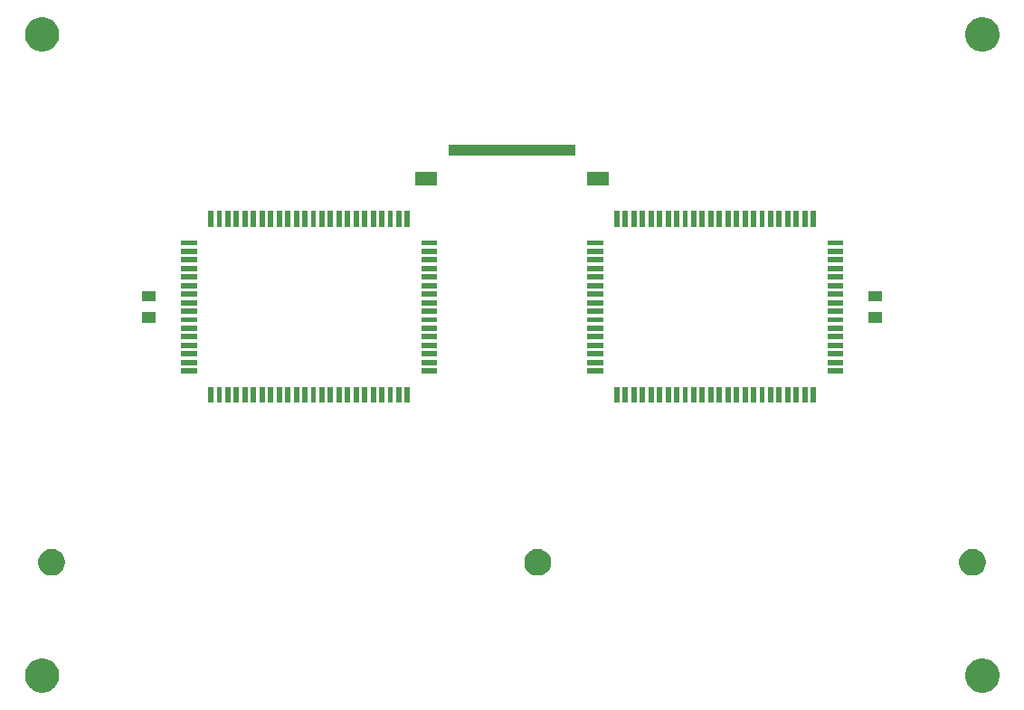
<source format=gbr>
G04 #@! TF.GenerationSoftware,KiCad,Pcbnew,5.0.2-bee76a0~70~ubuntu18.04.1*
G04 #@! TF.CreationDate,2020-04-30T09:19:53+02:00*
G04 #@! TF.ProjectId,ModulAdapter,4d6f6475-6c41-4646-9170-7465722e6b69,rev?*
G04 #@! TF.SameCoordinates,Original*
G04 #@! TF.FileFunction,Soldermask,Bot*
G04 #@! TF.FilePolarity,Negative*
%FSLAX46Y46*%
G04 Gerber Fmt 4.6, Leading zero omitted, Abs format (unit mm)*
G04 Created by KiCad (PCBNEW 5.0.2-bee76a0~70~ubuntu18.04.1) date Do 30 Apr 2020 09:19:53 CEST*
%MOMM*%
%LPD*%
G01*
G04 APERTURE LIST*
%ADD10C,0.100000*%
G04 APERTURE END LIST*
D10*
G36*
X144466703Y-132461486D02*
X144757883Y-132582097D01*
X145019944Y-132757201D01*
X145242799Y-132980056D01*
X145417903Y-133242117D01*
X145538514Y-133533297D01*
X145600000Y-133842412D01*
X145600000Y-134157588D01*
X145538514Y-134466703D01*
X145417903Y-134757883D01*
X145242799Y-135019944D01*
X145019944Y-135242799D01*
X144757883Y-135417903D01*
X144466703Y-135538514D01*
X144157588Y-135600000D01*
X143842412Y-135600000D01*
X143533297Y-135538514D01*
X143242117Y-135417903D01*
X142980056Y-135242799D01*
X142757201Y-135019944D01*
X142582097Y-134757883D01*
X142461486Y-134466703D01*
X142400000Y-134157588D01*
X142400000Y-133842412D01*
X142461486Y-133533297D01*
X142582097Y-133242117D01*
X142757201Y-132980056D01*
X142980056Y-132757201D01*
X143242117Y-132582097D01*
X143533297Y-132461486D01*
X143842412Y-132400000D01*
X144157588Y-132400000D01*
X144466703Y-132461486D01*
X144466703Y-132461486D01*
G37*
G36*
X56466703Y-132461486D02*
X56757883Y-132582097D01*
X57019944Y-132757201D01*
X57242799Y-132980056D01*
X57417903Y-133242117D01*
X57538514Y-133533297D01*
X57600000Y-133842412D01*
X57600000Y-134157588D01*
X57538514Y-134466703D01*
X57417903Y-134757883D01*
X57242799Y-135019944D01*
X57019944Y-135242799D01*
X56757883Y-135417903D01*
X56466703Y-135538514D01*
X56157588Y-135600000D01*
X55842412Y-135600000D01*
X55533297Y-135538514D01*
X55242117Y-135417903D01*
X54980056Y-135242799D01*
X54757201Y-135019944D01*
X54582097Y-134757883D01*
X54461486Y-134466703D01*
X54400000Y-134157588D01*
X54400000Y-133842412D01*
X54461486Y-133533297D01*
X54582097Y-133242117D01*
X54757201Y-132980056D01*
X54980056Y-132757201D01*
X55242117Y-132582097D01*
X55533297Y-132461486D01*
X55842412Y-132400000D01*
X56157588Y-132400000D01*
X56466703Y-132461486D01*
X56466703Y-132461486D01*
G37*
G36*
X57264612Y-122198037D02*
X57492096Y-122292264D01*
X57696831Y-122429064D01*
X57870936Y-122603169D01*
X58007736Y-122807904D01*
X58101963Y-123035388D01*
X58150000Y-123276885D01*
X58150000Y-123523115D01*
X58101963Y-123764612D01*
X58007736Y-123992096D01*
X57870936Y-124196831D01*
X57696831Y-124370936D01*
X57492096Y-124507736D01*
X57264612Y-124601963D01*
X57023115Y-124650000D01*
X56776885Y-124650000D01*
X56535388Y-124601963D01*
X56307904Y-124507736D01*
X56103169Y-124370936D01*
X55929064Y-124196831D01*
X55792264Y-123992096D01*
X55698037Y-123764612D01*
X55650000Y-123523115D01*
X55650000Y-123276885D01*
X55698037Y-123035388D01*
X55792264Y-122807904D01*
X55929064Y-122603169D01*
X56103169Y-122429064D01*
X56307904Y-122292264D01*
X56535388Y-122198037D01*
X56776885Y-122150000D01*
X57023115Y-122150000D01*
X57264612Y-122198037D01*
X57264612Y-122198037D01*
G37*
G36*
X143464612Y-122198037D02*
X143692096Y-122292264D01*
X143896831Y-122429064D01*
X144070936Y-122603169D01*
X144207736Y-122807904D01*
X144301963Y-123035388D01*
X144350000Y-123276885D01*
X144350000Y-123523115D01*
X144301963Y-123764612D01*
X144207736Y-123992096D01*
X144070936Y-124196831D01*
X143896831Y-124370936D01*
X143692096Y-124507736D01*
X143464612Y-124601963D01*
X143223115Y-124650000D01*
X142976885Y-124650000D01*
X142735388Y-124601963D01*
X142507904Y-124507736D01*
X142303169Y-124370936D01*
X142129064Y-124196831D01*
X141992264Y-123992096D01*
X141898037Y-123764612D01*
X141850000Y-123523115D01*
X141850000Y-123276885D01*
X141898037Y-123035388D01*
X141992264Y-122807904D01*
X142129064Y-122603169D01*
X142303169Y-122429064D01*
X142507904Y-122292264D01*
X142735388Y-122198037D01*
X142976885Y-122150000D01*
X143223115Y-122150000D01*
X143464612Y-122198037D01*
X143464612Y-122198037D01*
G37*
G36*
X102764612Y-122198037D02*
X102992096Y-122292264D01*
X103196831Y-122429064D01*
X103370936Y-122603169D01*
X103507736Y-122807904D01*
X103601963Y-123035388D01*
X103650000Y-123276885D01*
X103650000Y-123523115D01*
X103601963Y-123764612D01*
X103507736Y-123992096D01*
X103370936Y-124196831D01*
X103196831Y-124370936D01*
X102992096Y-124507736D01*
X102764612Y-124601963D01*
X102523115Y-124650000D01*
X102276885Y-124650000D01*
X102035388Y-124601963D01*
X101807904Y-124507736D01*
X101603169Y-124370936D01*
X101429064Y-124196831D01*
X101292264Y-123992096D01*
X101198037Y-123764612D01*
X101150000Y-123523115D01*
X101150000Y-123276885D01*
X101198037Y-123035388D01*
X101292264Y-122807904D01*
X101429064Y-122603169D01*
X101603169Y-122429064D01*
X101807904Y-122292264D01*
X102035388Y-122198037D01*
X102276885Y-122150000D01*
X102523115Y-122150000D01*
X102764612Y-122198037D01*
X102764612Y-122198037D01*
G37*
G36*
X111650000Y-108480000D02*
X111150000Y-108480000D01*
X111150000Y-107000000D01*
X111650000Y-107000000D01*
X111650000Y-108480000D01*
X111650000Y-108480000D01*
G37*
G36*
X84850000Y-108480000D02*
X84350000Y-108480000D01*
X84350000Y-107000000D01*
X84850000Y-107000000D01*
X84850000Y-108480000D01*
X84850000Y-108480000D01*
G37*
G36*
X110850000Y-108480000D02*
X110350000Y-108480000D01*
X110350000Y-107000000D01*
X110850000Y-107000000D01*
X110850000Y-108480000D01*
X110850000Y-108480000D01*
G37*
G36*
X110050000Y-108480000D02*
X109550000Y-108480000D01*
X109550000Y-107000000D01*
X110050000Y-107000000D01*
X110050000Y-108480000D01*
X110050000Y-108480000D01*
G37*
G36*
X90450000Y-108480000D02*
X89950000Y-108480000D01*
X89950000Y-107000000D01*
X90450000Y-107000000D01*
X90450000Y-108480000D01*
X90450000Y-108480000D01*
G37*
G36*
X89650000Y-108480000D02*
X89150000Y-108480000D01*
X89150000Y-107000000D01*
X89650000Y-107000000D01*
X89650000Y-108480000D01*
X89650000Y-108480000D01*
G37*
G36*
X88850000Y-108480000D02*
X88350000Y-108480000D01*
X88350000Y-107000000D01*
X88850000Y-107000000D01*
X88850000Y-108480000D01*
X88850000Y-108480000D01*
G37*
G36*
X88050000Y-108480000D02*
X87550000Y-108480000D01*
X87550000Y-107000000D01*
X88050000Y-107000000D01*
X88050000Y-108480000D01*
X88050000Y-108480000D01*
G37*
G36*
X87250000Y-108480000D02*
X86750000Y-108480000D01*
X86750000Y-107000000D01*
X87250000Y-107000000D01*
X87250000Y-108480000D01*
X87250000Y-108480000D01*
G37*
G36*
X86450000Y-108480000D02*
X85950000Y-108480000D01*
X85950000Y-107000000D01*
X86450000Y-107000000D01*
X86450000Y-108480000D01*
X86450000Y-108480000D01*
G37*
G36*
X85650000Y-108480000D02*
X85150000Y-108480000D01*
X85150000Y-107000000D01*
X85650000Y-107000000D01*
X85650000Y-108480000D01*
X85650000Y-108480000D01*
G37*
G36*
X115650000Y-108480000D02*
X115150000Y-108480000D01*
X115150000Y-107000000D01*
X115650000Y-107000000D01*
X115650000Y-108480000D01*
X115650000Y-108480000D01*
G37*
G36*
X122850000Y-108480000D02*
X122350000Y-108480000D01*
X122350000Y-107000000D01*
X122850000Y-107000000D01*
X122850000Y-108480000D01*
X122850000Y-108480000D01*
G37*
G36*
X113250000Y-108480000D02*
X112750000Y-108480000D01*
X112750000Y-107000000D01*
X113250000Y-107000000D01*
X113250000Y-108480000D01*
X113250000Y-108480000D01*
G37*
G36*
X114050000Y-108480000D02*
X113550000Y-108480000D01*
X113550000Y-107000000D01*
X114050000Y-107000000D01*
X114050000Y-108480000D01*
X114050000Y-108480000D01*
G37*
G36*
X114850000Y-108480000D02*
X114350000Y-108480000D01*
X114350000Y-107000000D01*
X114850000Y-107000000D01*
X114850000Y-108480000D01*
X114850000Y-108480000D01*
G37*
G36*
X116450000Y-108480000D02*
X115950000Y-108480000D01*
X115950000Y-107000000D01*
X116450000Y-107000000D01*
X116450000Y-108480000D01*
X116450000Y-108480000D01*
G37*
G36*
X117250000Y-108480000D02*
X116750000Y-108480000D01*
X116750000Y-107000000D01*
X117250000Y-107000000D01*
X117250000Y-108480000D01*
X117250000Y-108480000D01*
G37*
G36*
X118050000Y-108480000D02*
X117550000Y-108480000D01*
X117550000Y-107000000D01*
X118050000Y-107000000D01*
X118050000Y-108480000D01*
X118050000Y-108480000D01*
G37*
G36*
X118850000Y-108480000D02*
X118350000Y-108480000D01*
X118350000Y-107000000D01*
X118850000Y-107000000D01*
X118850000Y-108480000D01*
X118850000Y-108480000D01*
G37*
G36*
X119650000Y-108480000D02*
X119150000Y-108480000D01*
X119150000Y-107000000D01*
X119650000Y-107000000D01*
X119650000Y-108480000D01*
X119650000Y-108480000D01*
G37*
G36*
X120450000Y-108480000D02*
X119950000Y-108480000D01*
X119950000Y-107000000D01*
X120450000Y-107000000D01*
X120450000Y-108480000D01*
X120450000Y-108480000D01*
G37*
G36*
X121250000Y-108480000D02*
X120750000Y-108480000D01*
X120750000Y-107000000D01*
X121250000Y-107000000D01*
X121250000Y-108480000D01*
X121250000Y-108480000D01*
G37*
G36*
X122050000Y-108480000D02*
X121550000Y-108480000D01*
X121550000Y-107000000D01*
X122050000Y-107000000D01*
X122050000Y-108480000D01*
X122050000Y-108480000D01*
G37*
G36*
X80050000Y-108480000D02*
X79550000Y-108480000D01*
X79550000Y-107000000D01*
X80050000Y-107000000D01*
X80050000Y-108480000D01*
X80050000Y-108480000D01*
G37*
G36*
X84050000Y-108480000D02*
X83550000Y-108480000D01*
X83550000Y-107000000D01*
X84050000Y-107000000D01*
X84050000Y-108480000D01*
X84050000Y-108480000D01*
G37*
G36*
X77650000Y-108480000D02*
X77150000Y-108480000D01*
X77150000Y-107000000D01*
X77650000Y-107000000D01*
X77650000Y-108480000D01*
X77650000Y-108480000D01*
G37*
G36*
X80850000Y-108480000D02*
X80350000Y-108480000D01*
X80350000Y-107000000D01*
X80850000Y-107000000D01*
X80850000Y-108480000D01*
X80850000Y-108480000D01*
G37*
G36*
X81650000Y-108480000D02*
X81150000Y-108480000D01*
X81150000Y-107000000D01*
X81650000Y-107000000D01*
X81650000Y-108480000D01*
X81650000Y-108480000D01*
G37*
G36*
X82450000Y-108480000D02*
X81950000Y-108480000D01*
X81950000Y-107000000D01*
X82450000Y-107000000D01*
X82450000Y-108480000D01*
X82450000Y-108480000D01*
G37*
G36*
X128450000Y-108480000D02*
X127950000Y-108480000D01*
X127950000Y-107000000D01*
X128450000Y-107000000D01*
X128450000Y-108480000D01*
X128450000Y-108480000D01*
G37*
G36*
X127650000Y-108480000D02*
X127150000Y-108480000D01*
X127150000Y-107000000D01*
X127650000Y-107000000D01*
X127650000Y-108480000D01*
X127650000Y-108480000D01*
G37*
G36*
X126850000Y-108480000D02*
X126350000Y-108480000D01*
X126350000Y-107000000D01*
X126850000Y-107000000D01*
X126850000Y-108480000D01*
X126850000Y-108480000D01*
G37*
G36*
X126050000Y-108480000D02*
X125550000Y-108480000D01*
X125550000Y-107000000D01*
X126050000Y-107000000D01*
X126050000Y-108480000D01*
X126050000Y-108480000D01*
G37*
G36*
X125250000Y-108480000D02*
X124750000Y-108480000D01*
X124750000Y-107000000D01*
X125250000Y-107000000D01*
X125250000Y-108480000D01*
X125250000Y-108480000D01*
G37*
G36*
X124450000Y-108480000D02*
X123950000Y-108480000D01*
X123950000Y-107000000D01*
X124450000Y-107000000D01*
X124450000Y-108480000D01*
X124450000Y-108480000D01*
G37*
G36*
X72850000Y-108480000D02*
X72350000Y-108480000D01*
X72350000Y-107000000D01*
X72850000Y-107000000D01*
X72850000Y-108480000D01*
X72850000Y-108480000D01*
G37*
G36*
X112450000Y-108480000D02*
X111950000Y-108480000D01*
X111950000Y-107000000D01*
X112450000Y-107000000D01*
X112450000Y-108480000D01*
X112450000Y-108480000D01*
G37*
G36*
X83250000Y-108480000D02*
X82750000Y-108480000D01*
X82750000Y-107000000D01*
X83250000Y-107000000D01*
X83250000Y-108480000D01*
X83250000Y-108480000D01*
G37*
G36*
X72050000Y-108480000D02*
X71550000Y-108480000D01*
X71550000Y-107000000D01*
X72050000Y-107000000D01*
X72050000Y-108480000D01*
X72050000Y-108480000D01*
G37*
G36*
X79250000Y-108480000D02*
X78750000Y-108480000D01*
X78750000Y-107000000D01*
X79250000Y-107000000D01*
X79250000Y-108480000D01*
X79250000Y-108480000D01*
G37*
G36*
X73650000Y-108480000D02*
X73150000Y-108480000D01*
X73150000Y-107000000D01*
X73650000Y-107000000D01*
X73650000Y-108480000D01*
X73650000Y-108480000D01*
G37*
G36*
X74450000Y-108480000D02*
X73950000Y-108480000D01*
X73950000Y-107000000D01*
X74450000Y-107000000D01*
X74450000Y-108480000D01*
X74450000Y-108480000D01*
G37*
G36*
X75250000Y-108480000D02*
X74750000Y-108480000D01*
X74750000Y-107000000D01*
X75250000Y-107000000D01*
X75250000Y-108480000D01*
X75250000Y-108480000D01*
G37*
G36*
X76050000Y-108480000D02*
X75550000Y-108480000D01*
X75550000Y-107000000D01*
X76050000Y-107000000D01*
X76050000Y-108480000D01*
X76050000Y-108480000D01*
G37*
G36*
X76850000Y-108480000D02*
X76350000Y-108480000D01*
X76350000Y-107000000D01*
X76850000Y-107000000D01*
X76850000Y-108480000D01*
X76850000Y-108480000D01*
G37*
G36*
X123650000Y-108480000D02*
X123150000Y-108480000D01*
X123150000Y-107000000D01*
X123650000Y-107000000D01*
X123650000Y-108480000D01*
X123650000Y-108480000D01*
G37*
G36*
X78450000Y-108480000D02*
X77950000Y-108480000D01*
X77950000Y-107000000D01*
X78450000Y-107000000D01*
X78450000Y-108480000D01*
X78450000Y-108480000D01*
G37*
G36*
X70500000Y-105750000D02*
X69020000Y-105750000D01*
X69020000Y-105250000D01*
X70500000Y-105250000D01*
X70500000Y-105750000D01*
X70500000Y-105750000D01*
G37*
G36*
X108500000Y-105750000D02*
X107020000Y-105750000D01*
X107020000Y-105250000D01*
X108500000Y-105250000D01*
X108500000Y-105750000D01*
X108500000Y-105750000D01*
G37*
G36*
X92980000Y-105750000D02*
X91500000Y-105750000D01*
X91500000Y-105250000D01*
X92980000Y-105250000D01*
X92980000Y-105750000D01*
X92980000Y-105750000D01*
G37*
G36*
X130980000Y-105750000D02*
X129500000Y-105750000D01*
X129500000Y-105250000D01*
X130980000Y-105250000D01*
X130980000Y-105750000D01*
X130980000Y-105750000D01*
G37*
G36*
X108500000Y-104950000D02*
X107020000Y-104950000D01*
X107020000Y-104450000D01*
X108500000Y-104450000D01*
X108500000Y-104950000D01*
X108500000Y-104950000D01*
G37*
G36*
X92980000Y-104950000D02*
X91500000Y-104950000D01*
X91500000Y-104450000D01*
X92980000Y-104450000D01*
X92980000Y-104950000D01*
X92980000Y-104950000D01*
G37*
G36*
X70500000Y-104950000D02*
X69020000Y-104950000D01*
X69020000Y-104450000D01*
X70500000Y-104450000D01*
X70500000Y-104950000D01*
X70500000Y-104950000D01*
G37*
G36*
X130980000Y-104950000D02*
X129500000Y-104950000D01*
X129500000Y-104450000D01*
X130980000Y-104450000D01*
X130980000Y-104950000D01*
X130980000Y-104950000D01*
G37*
G36*
X108500000Y-104150000D02*
X107020000Y-104150000D01*
X107020000Y-103650000D01*
X108500000Y-103650000D01*
X108500000Y-104150000D01*
X108500000Y-104150000D01*
G37*
G36*
X92980000Y-104150000D02*
X91500000Y-104150000D01*
X91500000Y-103650000D01*
X92980000Y-103650000D01*
X92980000Y-104150000D01*
X92980000Y-104150000D01*
G37*
G36*
X70500000Y-104150000D02*
X69020000Y-104150000D01*
X69020000Y-103650000D01*
X70500000Y-103650000D01*
X70500000Y-104150000D01*
X70500000Y-104150000D01*
G37*
G36*
X130980000Y-104150000D02*
X129500000Y-104150000D01*
X129500000Y-103650000D01*
X130980000Y-103650000D01*
X130980000Y-104150000D01*
X130980000Y-104150000D01*
G37*
G36*
X130980000Y-103350000D02*
X129500000Y-103350000D01*
X129500000Y-102850000D01*
X130980000Y-102850000D01*
X130980000Y-103350000D01*
X130980000Y-103350000D01*
G37*
G36*
X70500000Y-103350000D02*
X69020000Y-103350000D01*
X69020000Y-102850000D01*
X70500000Y-102850000D01*
X70500000Y-103350000D01*
X70500000Y-103350000D01*
G37*
G36*
X108500000Y-103350000D02*
X107020000Y-103350000D01*
X107020000Y-102850000D01*
X108500000Y-102850000D01*
X108500000Y-103350000D01*
X108500000Y-103350000D01*
G37*
G36*
X92980000Y-103350000D02*
X91500000Y-103350000D01*
X91500000Y-102850000D01*
X92980000Y-102850000D01*
X92980000Y-103350000D01*
X92980000Y-103350000D01*
G37*
G36*
X92980000Y-102550000D02*
X91500000Y-102550000D01*
X91500000Y-102050000D01*
X92980000Y-102050000D01*
X92980000Y-102550000D01*
X92980000Y-102550000D01*
G37*
G36*
X130980000Y-102550000D02*
X129500000Y-102550000D01*
X129500000Y-102050000D01*
X130980000Y-102050000D01*
X130980000Y-102550000D01*
X130980000Y-102550000D01*
G37*
G36*
X70500000Y-102550000D02*
X69020000Y-102550000D01*
X69020000Y-102050000D01*
X70500000Y-102050000D01*
X70500000Y-102550000D01*
X70500000Y-102550000D01*
G37*
G36*
X108500000Y-102550000D02*
X107020000Y-102550000D01*
X107020000Y-102050000D01*
X108500000Y-102050000D01*
X108500000Y-102550000D01*
X108500000Y-102550000D01*
G37*
G36*
X92980000Y-101750000D02*
X91500000Y-101750000D01*
X91500000Y-101250000D01*
X92980000Y-101250000D01*
X92980000Y-101750000D01*
X92980000Y-101750000D01*
G37*
G36*
X70500000Y-101750000D02*
X69020000Y-101750000D01*
X69020000Y-101250000D01*
X70500000Y-101250000D01*
X70500000Y-101750000D01*
X70500000Y-101750000D01*
G37*
G36*
X108500000Y-101750000D02*
X107020000Y-101750000D01*
X107020000Y-101250000D01*
X108500000Y-101250000D01*
X108500000Y-101750000D01*
X108500000Y-101750000D01*
G37*
G36*
X130980000Y-101750000D02*
X129500000Y-101750000D01*
X129500000Y-101250000D01*
X130980000Y-101250000D01*
X130980000Y-101750000D01*
X130980000Y-101750000D01*
G37*
G36*
X66625000Y-101000000D02*
X65375000Y-101000000D01*
X65375000Y-100000000D01*
X66625000Y-100000000D01*
X66625000Y-101000000D01*
X66625000Y-101000000D01*
G37*
G36*
X134625000Y-101000000D02*
X133375000Y-101000000D01*
X133375000Y-100000000D01*
X134625000Y-100000000D01*
X134625000Y-101000000D01*
X134625000Y-101000000D01*
G37*
G36*
X70500000Y-100950000D02*
X69020000Y-100950000D01*
X69020000Y-100450000D01*
X70500000Y-100450000D01*
X70500000Y-100950000D01*
X70500000Y-100950000D01*
G37*
G36*
X130980000Y-100950000D02*
X129500000Y-100950000D01*
X129500000Y-100450000D01*
X130980000Y-100450000D01*
X130980000Y-100950000D01*
X130980000Y-100950000D01*
G37*
G36*
X108500000Y-100950000D02*
X107020000Y-100950000D01*
X107020000Y-100450000D01*
X108500000Y-100450000D01*
X108500000Y-100950000D01*
X108500000Y-100950000D01*
G37*
G36*
X92980000Y-100950000D02*
X91500000Y-100950000D01*
X91500000Y-100450000D01*
X92980000Y-100450000D01*
X92980000Y-100950000D01*
X92980000Y-100950000D01*
G37*
G36*
X92980000Y-100150000D02*
X91500000Y-100150000D01*
X91500000Y-99650000D01*
X92980000Y-99650000D01*
X92980000Y-100150000D01*
X92980000Y-100150000D01*
G37*
G36*
X108500000Y-100150000D02*
X107020000Y-100150000D01*
X107020000Y-99650000D01*
X108500000Y-99650000D01*
X108500000Y-100150000D01*
X108500000Y-100150000D01*
G37*
G36*
X70500000Y-100150000D02*
X69020000Y-100150000D01*
X69020000Y-99650000D01*
X70500000Y-99650000D01*
X70500000Y-100150000D01*
X70500000Y-100150000D01*
G37*
G36*
X130980000Y-100150000D02*
X129500000Y-100150000D01*
X129500000Y-99650000D01*
X130980000Y-99650000D01*
X130980000Y-100150000D01*
X130980000Y-100150000D01*
G37*
G36*
X70500000Y-99350000D02*
X69020000Y-99350000D01*
X69020000Y-98850000D01*
X70500000Y-98850000D01*
X70500000Y-99350000D01*
X70500000Y-99350000D01*
G37*
G36*
X92980000Y-99350000D02*
X91500000Y-99350000D01*
X91500000Y-98850000D01*
X92980000Y-98850000D01*
X92980000Y-99350000D01*
X92980000Y-99350000D01*
G37*
G36*
X108500000Y-99350000D02*
X107020000Y-99350000D01*
X107020000Y-98850000D01*
X108500000Y-98850000D01*
X108500000Y-99350000D01*
X108500000Y-99350000D01*
G37*
G36*
X130980000Y-99350000D02*
X129500000Y-99350000D01*
X129500000Y-98850000D01*
X130980000Y-98850000D01*
X130980000Y-99350000D01*
X130980000Y-99350000D01*
G37*
G36*
X134625000Y-99000000D02*
X133375000Y-99000000D01*
X133375000Y-98000000D01*
X134625000Y-98000000D01*
X134625000Y-99000000D01*
X134625000Y-99000000D01*
G37*
G36*
X66625000Y-99000000D02*
X65375000Y-99000000D01*
X65375000Y-98000000D01*
X66625000Y-98000000D01*
X66625000Y-99000000D01*
X66625000Y-99000000D01*
G37*
G36*
X70500000Y-98550000D02*
X69020000Y-98550000D01*
X69020000Y-98050000D01*
X70500000Y-98050000D01*
X70500000Y-98550000D01*
X70500000Y-98550000D01*
G37*
G36*
X108500000Y-98550000D02*
X107020000Y-98550000D01*
X107020000Y-98050000D01*
X108500000Y-98050000D01*
X108500000Y-98550000D01*
X108500000Y-98550000D01*
G37*
G36*
X130980000Y-98550000D02*
X129500000Y-98550000D01*
X129500000Y-98050000D01*
X130980000Y-98050000D01*
X130980000Y-98550000D01*
X130980000Y-98550000D01*
G37*
G36*
X92980000Y-98550000D02*
X91500000Y-98550000D01*
X91500000Y-98050000D01*
X92980000Y-98050000D01*
X92980000Y-98550000D01*
X92980000Y-98550000D01*
G37*
G36*
X130980000Y-97750000D02*
X129500000Y-97750000D01*
X129500000Y-97250000D01*
X130980000Y-97250000D01*
X130980000Y-97750000D01*
X130980000Y-97750000D01*
G37*
G36*
X92980000Y-97750000D02*
X91500000Y-97750000D01*
X91500000Y-97250000D01*
X92980000Y-97250000D01*
X92980000Y-97750000D01*
X92980000Y-97750000D01*
G37*
G36*
X108500000Y-97750000D02*
X107020000Y-97750000D01*
X107020000Y-97250000D01*
X108500000Y-97250000D01*
X108500000Y-97750000D01*
X108500000Y-97750000D01*
G37*
G36*
X70500000Y-97750000D02*
X69020000Y-97750000D01*
X69020000Y-97250000D01*
X70500000Y-97250000D01*
X70500000Y-97750000D01*
X70500000Y-97750000D01*
G37*
G36*
X70500000Y-96950000D02*
X69020000Y-96950000D01*
X69020000Y-96450000D01*
X70500000Y-96450000D01*
X70500000Y-96950000D01*
X70500000Y-96950000D01*
G37*
G36*
X108500000Y-96950000D02*
X107020000Y-96950000D01*
X107020000Y-96450000D01*
X108500000Y-96450000D01*
X108500000Y-96950000D01*
X108500000Y-96950000D01*
G37*
G36*
X130980000Y-96950000D02*
X129500000Y-96950000D01*
X129500000Y-96450000D01*
X130980000Y-96450000D01*
X130980000Y-96950000D01*
X130980000Y-96950000D01*
G37*
G36*
X92980000Y-96950000D02*
X91500000Y-96950000D01*
X91500000Y-96450000D01*
X92980000Y-96450000D01*
X92980000Y-96950000D01*
X92980000Y-96950000D01*
G37*
G36*
X70500000Y-96150000D02*
X69020000Y-96150000D01*
X69020000Y-95650000D01*
X70500000Y-95650000D01*
X70500000Y-96150000D01*
X70500000Y-96150000D01*
G37*
G36*
X92980000Y-96150000D02*
X91500000Y-96150000D01*
X91500000Y-95650000D01*
X92980000Y-95650000D01*
X92980000Y-96150000D01*
X92980000Y-96150000D01*
G37*
G36*
X108500000Y-96150000D02*
X107020000Y-96150000D01*
X107020000Y-95650000D01*
X108500000Y-95650000D01*
X108500000Y-96150000D01*
X108500000Y-96150000D01*
G37*
G36*
X130980000Y-96150000D02*
X129500000Y-96150000D01*
X129500000Y-95650000D01*
X130980000Y-95650000D01*
X130980000Y-96150000D01*
X130980000Y-96150000D01*
G37*
G36*
X70500000Y-95350000D02*
X69020000Y-95350000D01*
X69020000Y-94850000D01*
X70500000Y-94850000D01*
X70500000Y-95350000D01*
X70500000Y-95350000D01*
G37*
G36*
X92980000Y-95350000D02*
X91500000Y-95350000D01*
X91500000Y-94850000D01*
X92980000Y-94850000D01*
X92980000Y-95350000D01*
X92980000Y-95350000D01*
G37*
G36*
X130980000Y-95350000D02*
X129500000Y-95350000D01*
X129500000Y-94850000D01*
X130980000Y-94850000D01*
X130980000Y-95350000D01*
X130980000Y-95350000D01*
G37*
G36*
X108500000Y-95350000D02*
X107020000Y-95350000D01*
X107020000Y-94850000D01*
X108500000Y-94850000D01*
X108500000Y-95350000D01*
X108500000Y-95350000D01*
G37*
G36*
X108500000Y-94550000D02*
X107020000Y-94550000D01*
X107020000Y-94050000D01*
X108500000Y-94050000D01*
X108500000Y-94550000D01*
X108500000Y-94550000D01*
G37*
G36*
X70500000Y-94550000D02*
X69020000Y-94550000D01*
X69020000Y-94050000D01*
X70500000Y-94050000D01*
X70500000Y-94550000D01*
X70500000Y-94550000D01*
G37*
G36*
X130980000Y-94550000D02*
X129500000Y-94550000D01*
X129500000Y-94050000D01*
X130980000Y-94050000D01*
X130980000Y-94550000D01*
X130980000Y-94550000D01*
G37*
G36*
X92980000Y-94550000D02*
X91500000Y-94550000D01*
X91500000Y-94050000D01*
X92980000Y-94050000D01*
X92980000Y-94550000D01*
X92980000Y-94550000D01*
G37*
G36*
X92980000Y-93750000D02*
X91500000Y-93750000D01*
X91500000Y-93250000D01*
X92980000Y-93250000D01*
X92980000Y-93750000D01*
X92980000Y-93750000D01*
G37*
G36*
X108500000Y-93750000D02*
X107020000Y-93750000D01*
X107020000Y-93250000D01*
X108500000Y-93250000D01*
X108500000Y-93750000D01*
X108500000Y-93750000D01*
G37*
G36*
X130980000Y-93750000D02*
X129500000Y-93750000D01*
X129500000Y-93250000D01*
X130980000Y-93250000D01*
X130980000Y-93750000D01*
X130980000Y-93750000D01*
G37*
G36*
X70500000Y-93750000D02*
X69020000Y-93750000D01*
X69020000Y-93250000D01*
X70500000Y-93250000D01*
X70500000Y-93750000D01*
X70500000Y-93750000D01*
G37*
G36*
X113250000Y-92000000D02*
X112750000Y-92000000D01*
X112750000Y-90520000D01*
X113250000Y-90520000D01*
X113250000Y-92000000D01*
X113250000Y-92000000D01*
G37*
G36*
X112450000Y-92000000D02*
X111950000Y-92000000D01*
X111950000Y-90520000D01*
X112450000Y-90520000D01*
X112450000Y-92000000D01*
X112450000Y-92000000D01*
G37*
G36*
X111650000Y-92000000D02*
X111150000Y-92000000D01*
X111150000Y-90520000D01*
X111650000Y-90520000D01*
X111650000Y-92000000D01*
X111650000Y-92000000D01*
G37*
G36*
X110850000Y-92000000D02*
X110350000Y-92000000D01*
X110350000Y-90520000D01*
X110850000Y-90520000D01*
X110850000Y-92000000D01*
X110850000Y-92000000D01*
G37*
G36*
X110050000Y-92000000D02*
X109550000Y-92000000D01*
X109550000Y-90520000D01*
X110050000Y-90520000D01*
X110050000Y-92000000D01*
X110050000Y-92000000D01*
G37*
G36*
X114050000Y-92000000D02*
X113550000Y-92000000D01*
X113550000Y-90520000D01*
X114050000Y-90520000D01*
X114050000Y-92000000D01*
X114050000Y-92000000D01*
G37*
G36*
X121250000Y-92000000D02*
X120750000Y-92000000D01*
X120750000Y-90520000D01*
X121250000Y-90520000D01*
X121250000Y-92000000D01*
X121250000Y-92000000D01*
G37*
G36*
X128450000Y-92000000D02*
X127950000Y-92000000D01*
X127950000Y-90520000D01*
X128450000Y-90520000D01*
X128450000Y-92000000D01*
X128450000Y-92000000D01*
G37*
G36*
X127650000Y-92000000D02*
X127150000Y-92000000D01*
X127150000Y-90520000D01*
X127650000Y-90520000D01*
X127650000Y-92000000D01*
X127650000Y-92000000D01*
G37*
G36*
X126850000Y-92000000D02*
X126350000Y-92000000D01*
X126350000Y-90520000D01*
X126850000Y-90520000D01*
X126850000Y-92000000D01*
X126850000Y-92000000D01*
G37*
G36*
X126050000Y-92000000D02*
X125550000Y-92000000D01*
X125550000Y-90520000D01*
X126050000Y-90520000D01*
X126050000Y-92000000D01*
X126050000Y-92000000D01*
G37*
G36*
X125250000Y-92000000D02*
X124750000Y-92000000D01*
X124750000Y-90520000D01*
X125250000Y-90520000D01*
X125250000Y-92000000D01*
X125250000Y-92000000D01*
G37*
G36*
X124450000Y-92000000D02*
X123950000Y-92000000D01*
X123950000Y-90520000D01*
X124450000Y-90520000D01*
X124450000Y-92000000D01*
X124450000Y-92000000D01*
G37*
G36*
X84050000Y-92000000D02*
X83550000Y-92000000D01*
X83550000Y-90520000D01*
X84050000Y-90520000D01*
X84050000Y-92000000D01*
X84050000Y-92000000D01*
G37*
G36*
X123650000Y-92000000D02*
X123150000Y-92000000D01*
X123150000Y-90520000D01*
X123650000Y-90520000D01*
X123650000Y-92000000D01*
X123650000Y-92000000D01*
G37*
G36*
X122850000Y-92000000D02*
X122350000Y-92000000D01*
X122350000Y-90520000D01*
X122850000Y-90520000D01*
X122850000Y-92000000D01*
X122850000Y-92000000D01*
G37*
G36*
X122050000Y-92000000D02*
X121550000Y-92000000D01*
X121550000Y-90520000D01*
X122050000Y-90520000D01*
X122050000Y-92000000D01*
X122050000Y-92000000D01*
G37*
G36*
X120450000Y-92000000D02*
X119950000Y-92000000D01*
X119950000Y-90520000D01*
X120450000Y-90520000D01*
X120450000Y-92000000D01*
X120450000Y-92000000D01*
G37*
G36*
X119650000Y-92000000D02*
X119150000Y-92000000D01*
X119150000Y-90520000D01*
X119650000Y-90520000D01*
X119650000Y-92000000D01*
X119650000Y-92000000D01*
G37*
G36*
X118850000Y-92000000D02*
X118350000Y-92000000D01*
X118350000Y-90520000D01*
X118850000Y-90520000D01*
X118850000Y-92000000D01*
X118850000Y-92000000D01*
G37*
G36*
X118050000Y-92000000D02*
X117550000Y-92000000D01*
X117550000Y-90520000D01*
X118050000Y-90520000D01*
X118050000Y-92000000D01*
X118050000Y-92000000D01*
G37*
G36*
X117250000Y-92000000D02*
X116750000Y-92000000D01*
X116750000Y-90520000D01*
X117250000Y-90520000D01*
X117250000Y-92000000D01*
X117250000Y-92000000D01*
G37*
G36*
X115650000Y-92000000D02*
X115150000Y-92000000D01*
X115150000Y-90520000D01*
X115650000Y-90520000D01*
X115650000Y-92000000D01*
X115650000Y-92000000D01*
G37*
G36*
X114850000Y-92000000D02*
X114350000Y-92000000D01*
X114350000Y-90520000D01*
X114850000Y-90520000D01*
X114850000Y-92000000D01*
X114850000Y-92000000D01*
G37*
G36*
X73650000Y-92000000D02*
X73150000Y-92000000D01*
X73150000Y-90520000D01*
X73650000Y-90520000D01*
X73650000Y-92000000D01*
X73650000Y-92000000D01*
G37*
G36*
X116450000Y-92000000D02*
X115950000Y-92000000D01*
X115950000Y-90520000D01*
X116450000Y-90520000D01*
X116450000Y-92000000D01*
X116450000Y-92000000D01*
G37*
G36*
X81650000Y-92000000D02*
X81150000Y-92000000D01*
X81150000Y-90520000D01*
X81650000Y-90520000D01*
X81650000Y-92000000D01*
X81650000Y-92000000D01*
G37*
G36*
X90450000Y-92000000D02*
X89950000Y-92000000D01*
X89950000Y-90520000D01*
X90450000Y-90520000D01*
X90450000Y-92000000D01*
X90450000Y-92000000D01*
G37*
G36*
X89650000Y-92000000D02*
X89150000Y-92000000D01*
X89150000Y-90520000D01*
X89650000Y-90520000D01*
X89650000Y-92000000D01*
X89650000Y-92000000D01*
G37*
G36*
X88850000Y-92000000D02*
X88350000Y-92000000D01*
X88350000Y-90520000D01*
X88850000Y-90520000D01*
X88850000Y-92000000D01*
X88850000Y-92000000D01*
G37*
G36*
X88050000Y-92000000D02*
X87550000Y-92000000D01*
X87550000Y-90520000D01*
X88050000Y-90520000D01*
X88050000Y-92000000D01*
X88050000Y-92000000D01*
G37*
G36*
X87250000Y-92000000D02*
X86750000Y-92000000D01*
X86750000Y-90520000D01*
X87250000Y-90520000D01*
X87250000Y-92000000D01*
X87250000Y-92000000D01*
G37*
G36*
X86450000Y-92000000D02*
X85950000Y-92000000D01*
X85950000Y-90520000D01*
X86450000Y-90520000D01*
X86450000Y-92000000D01*
X86450000Y-92000000D01*
G37*
G36*
X85650000Y-92000000D02*
X85150000Y-92000000D01*
X85150000Y-90520000D01*
X85650000Y-90520000D01*
X85650000Y-92000000D01*
X85650000Y-92000000D01*
G37*
G36*
X84850000Y-92000000D02*
X84350000Y-92000000D01*
X84350000Y-90520000D01*
X84850000Y-90520000D01*
X84850000Y-92000000D01*
X84850000Y-92000000D01*
G37*
G36*
X83250000Y-92000000D02*
X82750000Y-92000000D01*
X82750000Y-90520000D01*
X83250000Y-90520000D01*
X83250000Y-92000000D01*
X83250000Y-92000000D01*
G37*
G36*
X72050000Y-92000000D02*
X71550000Y-92000000D01*
X71550000Y-90520000D01*
X72050000Y-90520000D01*
X72050000Y-92000000D01*
X72050000Y-92000000D01*
G37*
G36*
X72850000Y-92000000D02*
X72350000Y-92000000D01*
X72350000Y-90520000D01*
X72850000Y-90520000D01*
X72850000Y-92000000D01*
X72850000Y-92000000D01*
G37*
G36*
X74450000Y-92000000D02*
X73950000Y-92000000D01*
X73950000Y-90520000D01*
X74450000Y-90520000D01*
X74450000Y-92000000D01*
X74450000Y-92000000D01*
G37*
G36*
X75250000Y-92000000D02*
X74750000Y-92000000D01*
X74750000Y-90520000D01*
X75250000Y-90520000D01*
X75250000Y-92000000D01*
X75250000Y-92000000D01*
G37*
G36*
X76050000Y-92000000D02*
X75550000Y-92000000D01*
X75550000Y-90520000D01*
X76050000Y-90520000D01*
X76050000Y-92000000D01*
X76050000Y-92000000D01*
G37*
G36*
X76850000Y-92000000D02*
X76350000Y-92000000D01*
X76350000Y-90520000D01*
X76850000Y-90520000D01*
X76850000Y-92000000D01*
X76850000Y-92000000D01*
G37*
G36*
X77650000Y-92000000D02*
X77150000Y-92000000D01*
X77150000Y-90520000D01*
X77650000Y-90520000D01*
X77650000Y-92000000D01*
X77650000Y-92000000D01*
G37*
G36*
X78450000Y-92000000D02*
X77950000Y-92000000D01*
X77950000Y-90520000D01*
X78450000Y-90520000D01*
X78450000Y-92000000D01*
X78450000Y-92000000D01*
G37*
G36*
X79250000Y-92000000D02*
X78750000Y-92000000D01*
X78750000Y-90520000D01*
X79250000Y-90520000D01*
X79250000Y-92000000D01*
X79250000Y-92000000D01*
G37*
G36*
X80050000Y-92000000D02*
X79550000Y-92000000D01*
X79550000Y-90520000D01*
X80050000Y-90520000D01*
X80050000Y-92000000D01*
X80050000Y-92000000D01*
G37*
G36*
X80850000Y-92000000D02*
X80350000Y-92000000D01*
X80350000Y-90520000D01*
X80850000Y-90520000D01*
X80850000Y-92000000D01*
X80850000Y-92000000D01*
G37*
G36*
X82450000Y-92000000D02*
X81950000Y-92000000D01*
X81950000Y-90520000D01*
X82450000Y-90520000D01*
X82450000Y-92000000D01*
X82450000Y-92000000D01*
G37*
G36*
X109050000Y-88150000D02*
X107050000Y-88150000D01*
X107050000Y-86850000D01*
X109050000Y-86850000D01*
X109050000Y-88150000D01*
X109050000Y-88150000D01*
G37*
G36*
X92950000Y-88150000D02*
X90950000Y-88150000D01*
X90950000Y-86850000D01*
X92950000Y-86850000D01*
X92950000Y-88150000D01*
X92950000Y-88150000D01*
G37*
G36*
X105900000Y-85300000D02*
X94100000Y-85300000D01*
X94100000Y-84300000D01*
X105900000Y-84300000D01*
X105900000Y-85300000D01*
X105900000Y-85300000D01*
G37*
G36*
X144466703Y-72461486D02*
X144757883Y-72582097D01*
X145019944Y-72757201D01*
X145242799Y-72980056D01*
X145417903Y-73242117D01*
X145538514Y-73533297D01*
X145600000Y-73842412D01*
X145600000Y-74157588D01*
X145538514Y-74466703D01*
X145417903Y-74757883D01*
X145242799Y-75019944D01*
X145019944Y-75242799D01*
X144757883Y-75417903D01*
X144466703Y-75538514D01*
X144157588Y-75600000D01*
X143842412Y-75600000D01*
X143533297Y-75538514D01*
X143242117Y-75417903D01*
X142980056Y-75242799D01*
X142757201Y-75019944D01*
X142582097Y-74757883D01*
X142461486Y-74466703D01*
X142400000Y-74157588D01*
X142400000Y-73842412D01*
X142461486Y-73533297D01*
X142582097Y-73242117D01*
X142757201Y-72980056D01*
X142980056Y-72757201D01*
X143242117Y-72582097D01*
X143533297Y-72461486D01*
X143842412Y-72400000D01*
X144157588Y-72400000D01*
X144466703Y-72461486D01*
X144466703Y-72461486D01*
G37*
G36*
X56466703Y-72461486D02*
X56757883Y-72582097D01*
X57019944Y-72757201D01*
X57242799Y-72980056D01*
X57417903Y-73242117D01*
X57538514Y-73533297D01*
X57600000Y-73842412D01*
X57600000Y-74157588D01*
X57538514Y-74466703D01*
X57417903Y-74757883D01*
X57242799Y-75019944D01*
X57019944Y-75242799D01*
X56757883Y-75417903D01*
X56466703Y-75538514D01*
X56157588Y-75600000D01*
X55842412Y-75600000D01*
X55533297Y-75538514D01*
X55242117Y-75417903D01*
X54980056Y-75242799D01*
X54757201Y-75019944D01*
X54582097Y-74757883D01*
X54461486Y-74466703D01*
X54400000Y-74157588D01*
X54400000Y-73842412D01*
X54461486Y-73533297D01*
X54582097Y-73242117D01*
X54757201Y-72980056D01*
X54980056Y-72757201D01*
X55242117Y-72582097D01*
X55533297Y-72461486D01*
X55842412Y-72400000D01*
X56157588Y-72400000D01*
X56466703Y-72461486D01*
X56466703Y-72461486D01*
G37*
M02*

</source>
